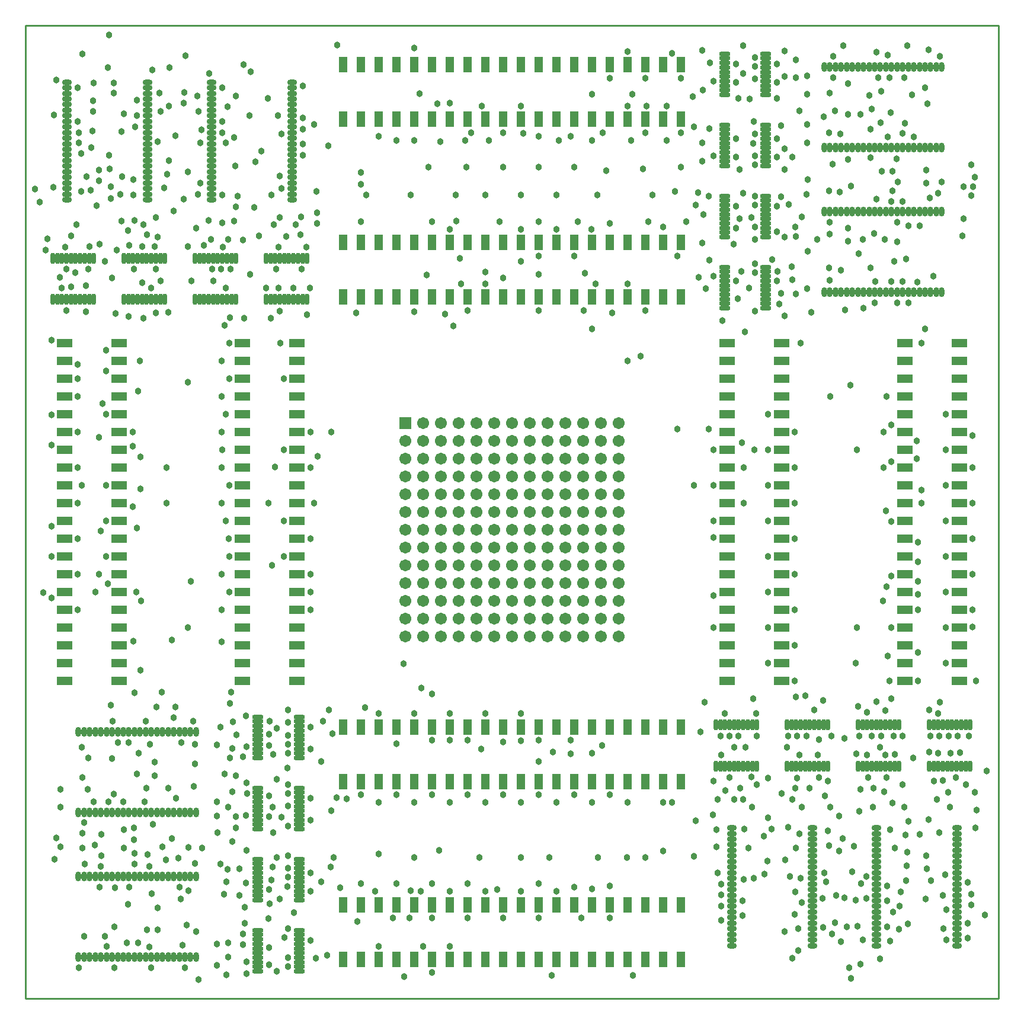
<source format=gts>
G04 Layer_Color=8388736*
%FSLAX25Y25*%
%MOIN*%
G70*
G01*
G75*
%ADD17C,0.01000*%
%ADD25O,0.06312X0.02670*%
%ADD26O,0.02670X0.06312*%
%ADD27R,0.04737X0.08674*%
%ADD28R,0.08674X0.04737*%
%ADD29O,0.03261X0.05524*%
%ADD30O,0.05524X0.03261*%
%ADD31R,0.06706X0.06706*%
%ADD32C,0.06706*%
%ADD33C,0.03800*%
D17*
X0Y0D02*
X547500D01*
Y547500D01*
X0D02*
X547500D01*
X0Y0D02*
Y547500D01*
D25*
X154114Y15484D02*
D03*
Y18043D02*
D03*
Y20602D02*
D03*
Y23161D02*
D03*
Y25720D02*
D03*
Y28280D02*
D03*
Y30839D02*
D03*
Y33398D02*
D03*
Y35957D02*
D03*
Y38516D02*
D03*
X130886Y15484D02*
D03*
Y18043D02*
D03*
Y20602D02*
D03*
Y23161D02*
D03*
Y25720D02*
D03*
Y28280D02*
D03*
Y30839D02*
D03*
Y33398D02*
D03*
Y35957D02*
D03*
Y38516D02*
D03*
X154114Y55484D02*
D03*
Y58043D02*
D03*
Y60602D02*
D03*
Y63161D02*
D03*
Y65720D02*
D03*
Y68280D02*
D03*
Y70839D02*
D03*
Y73398D02*
D03*
Y75957D02*
D03*
Y78516D02*
D03*
X130886Y55484D02*
D03*
Y58043D02*
D03*
Y60602D02*
D03*
Y63161D02*
D03*
Y65720D02*
D03*
Y68280D02*
D03*
Y70839D02*
D03*
Y73398D02*
D03*
Y75957D02*
D03*
Y78516D02*
D03*
X154114Y95484D02*
D03*
Y98043D02*
D03*
Y100602D02*
D03*
Y103161D02*
D03*
Y105720D02*
D03*
Y108280D02*
D03*
Y110839D02*
D03*
Y113398D02*
D03*
Y115957D02*
D03*
Y118516D02*
D03*
X130886Y95484D02*
D03*
Y98043D02*
D03*
Y100602D02*
D03*
Y103161D02*
D03*
Y105720D02*
D03*
Y108280D02*
D03*
Y110839D02*
D03*
Y113398D02*
D03*
Y115957D02*
D03*
Y118516D02*
D03*
X154114Y135484D02*
D03*
Y138043D02*
D03*
Y140602D02*
D03*
Y143161D02*
D03*
Y145720D02*
D03*
Y148280D02*
D03*
Y150839D02*
D03*
Y153398D02*
D03*
Y155957D02*
D03*
Y158516D02*
D03*
X130886Y135484D02*
D03*
Y138043D02*
D03*
Y140602D02*
D03*
Y143161D02*
D03*
Y145720D02*
D03*
Y148280D02*
D03*
Y150839D02*
D03*
Y153398D02*
D03*
Y155957D02*
D03*
Y158516D02*
D03*
X393386Y491516D02*
D03*
Y488957D02*
D03*
Y486398D02*
D03*
Y483839D02*
D03*
Y481280D02*
D03*
Y478720D02*
D03*
Y476161D02*
D03*
Y473602D02*
D03*
Y471043D02*
D03*
Y468484D02*
D03*
X416614Y491516D02*
D03*
Y488957D02*
D03*
Y486398D02*
D03*
Y483839D02*
D03*
Y481280D02*
D03*
Y478720D02*
D03*
Y476161D02*
D03*
Y473602D02*
D03*
Y471043D02*
D03*
Y468484D02*
D03*
X393386Y451516D02*
D03*
Y448957D02*
D03*
Y446398D02*
D03*
Y443839D02*
D03*
Y441280D02*
D03*
Y438720D02*
D03*
Y436161D02*
D03*
Y433602D02*
D03*
Y431043D02*
D03*
Y428484D02*
D03*
X416614Y451516D02*
D03*
Y448957D02*
D03*
Y446398D02*
D03*
Y443839D02*
D03*
Y441280D02*
D03*
Y438720D02*
D03*
Y436161D02*
D03*
Y433602D02*
D03*
Y431043D02*
D03*
Y428484D02*
D03*
X393386Y531516D02*
D03*
Y528957D02*
D03*
Y526398D02*
D03*
Y523839D02*
D03*
Y521280D02*
D03*
Y518720D02*
D03*
Y516161D02*
D03*
Y513602D02*
D03*
Y511043D02*
D03*
Y508484D02*
D03*
X416614Y531516D02*
D03*
Y528957D02*
D03*
Y526398D02*
D03*
Y523839D02*
D03*
Y521280D02*
D03*
Y518720D02*
D03*
Y516161D02*
D03*
Y513602D02*
D03*
Y511043D02*
D03*
Y508484D02*
D03*
X393386Y411516D02*
D03*
Y408957D02*
D03*
Y406398D02*
D03*
Y403839D02*
D03*
Y401280D02*
D03*
Y398720D02*
D03*
Y396161D02*
D03*
Y393602D02*
D03*
Y391043D02*
D03*
Y388484D02*
D03*
X416614Y411516D02*
D03*
Y408957D02*
D03*
Y406398D02*
D03*
Y403839D02*
D03*
Y401280D02*
D03*
Y398720D02*
D03*
Y396161D02*
D03*
Y393602D02*
D03*
Y391043D02*
D03*
Y388484D02*
D03*
D26*
X531516Y154114D02*
D03*
X528957D02*
D03*
X526398D02*
D03*
X523839D02*
D03*
X521280D02*
D03*
X518720D02*
D03*
X516161D02*
D03*
X513602D02*
D03*
X511043D02*
D03*
X508484D02*
D03*
X531516Y130886D02*
D03*
X528957D02*
D03*
X526398D02*
D03*
X523839D02*
D03*
X521280D02*
D03*
X518720D02*
D03*
X516161D02*
D03*
X513602D02*
D03*
X511043D02*
D03*
X508484D02*
D03*
X491516Y154114D02*
D03*
X488957D02*
D03*
X486398D02*
D03*
X483839D02*
D03*
X481280D02*
D03*
X478720D02*
D03*
X476161D02*
D03*
X473602D02*
D03*
X471043D02*
D03*
X468484D02*
D03*
X491516Y130886D02*
D03*
X488957D02*
D03*
X486398D02*
D03*
X483839D02*
D03*
X481280D02*
D03*
X478720D02*
D03*
X476161D02*
D03*
X473602D02*
D03*
X471043D02*
D03*
X468484D02*
D03*
X451516Y154114D02*
D03*
X448957D02*
D03*
X446398D02*
D03*
X443839D02*
D03*
X441280D02*
D03*
X438720D02*
D03*
X436161D02*
D03*
X433602D02*
D03*
X431043D02*
D03*
X428484D02*
D03*
X451516Y130886D02*
D03*
X448957D02*
D03*
X446398D02*
D03*
X443839D02*
D03*
X441280D02*
D03*
X438720D02*
D03*
X436161D02*
D03*
X433602D02*
D03*
X431043D02*
D03*
X428484D02*
D03*
X411516Y154114D02*
D03*
X408957D02*
D03*
X406398D02*
D03*
X403839D02*
D03*
X401280D02*
D03*
X398720D02*
D03*
X396161D02*
D03*
X393602D02*
D03*
X391043D02*
D03*
X388484D02*
D03*
X411516Y130886D02*
D03*
X408957D02*
D03*
X406398D02*
D03*
X403839D02*
D03*
X401280D02*
D03*
X398720D02*
D03*
X396161D02*
D03*
X393602D02*
D03*
X391043D02*
D03*
X388484D02*
D03*
X135484Y393386D02*
D03*
X138043D02*
D03*
X140602D02*
D03*
X143161D02*
D03*
X145720D02*
D03*
X148280D02*
D03*
X150839D02*
D03*
X153398D02*
D03*
X155957D02*
D03*
X158516D02*
D03*
X135484Y416614D02*
D03*
X138043D02*
D03*
X140602D02*
D03*
X143161D02*
D03*
X145720D02*
D03*
X148280D02*
D03*
X150839D02*
D03*
X153398D02*
D03*
X155957D02*
D03*
X158516D02*
D03*
X95484Y393386D02*
D03*
X98043D02*
D03*
X100602D02*
D03*
X103161D02*
D03*
X105720D02*
D03*
X108280D02*
D03*
X110839D02*
D03*
X113398D02*
D03*
X115957D02*
D03*
X118516D02*
D03*
X95484Y416614D02*
D03*
X98043D02*
D03*
X100602D02*
D03*
X103161D02*
D03*
X105720D02*
D03*
X108280D02*
D03*
X110839D02*
D03*
X113398D02*
D03*
X115957D02*
D03*
X118516D02*
D03*
X55484Y393386D02*
D03*
X58043D02*
D03*
X60602D02*
D03*
X63161D02*
D03*
X65720D02*
D03*
X68280D02*
D03*
X70839D02*
D03*
X73398D02*
D03*
X75957D02*
D03*
X78516D02*
D03*
X55484Y416614D02*
D03*
X58043D02*
D03*
X60602D02*
D03*
X63161D02*
D03*
X65720D02*
D03*
X68280D02*
D03*
X70839D02*
D03*
X73398D02*
D03*
X75957D02*
D03*
X78516D02*
D03*
X15484Y393386D02*
D03*
X18043D02*
D03*
X20602D02*
D03*
X23161D02*
D03*
X25720D02*
D03*
X28280D02*
D03*
X30839D02*
D03*
X33398D02*
D03*
X35957D02*
D03*
X38516D02*
D03*
X15484Y416614D02*
D03*
X18043D02*
D03*
X20602D02*
D03*
X23161D02*
D03*
X25720D02*
D03*
X28280D02*
D03*
X30839D02*
D03*
X33398D02*
D03*
X35957D02*
D03*
X38516D02*
D03*
D27*
X218750Y152854D02*
D03*
X198750D02*
D03*
X188750D02*
D03*
X178750D02*
D03*
X208750D02*
D03*
X258750D02*
D03*
X228750D02*
D03*
X238750D02*
D03*
X248750D02*
D03*
X268750D02*
D03*
X308750D02*
D03*
X278750D02*
D03*
X288750D02*
D03*
X298750D02*
D03*
X318750D02*
D03*
X358750D02*
D03*
X328750D02*
D03*
X338750D02*
D03*
X348750D02*
D03*
X368750D02*
D03*
Y122146D02*
D03*
X348750D02*
D03*
X338750D02*
D03*
X328750D02*
D03*
X358750D02*
D03*
X318750D02*
D03*
X298750D02*
D03*
X288750D02*
D03*
X278750D02*
D03*
X308750D02*
D03*
X268750D02*
D03*
X248750D02*
D03*
X238750D02*
D03*
X228750D02*
D03*
X258750D02*
D03*
X208750D02*
D03*
X178750D02*
D03*
X188750D02*
D03*
X198750D02*
D03*
X218750D02*
D03*
Y52854D02*
D03*
X198750D02*
D03*
X188750D02*
D03*
X178750D02*
D03*
X208750D02*
D03*
X258750D02*
D03*
X228750D02*
D03*
X238750D02*
D03*
X248750D02*
D03*
X268750D02*
D03*
X308750D02*
D03*
X278750D02*
D03*
X288750D02*
D03*
X298750D02*
D03*
X318750D02*
D03*
X358750D02*
D03*
X328750D02*
D03*
X338750D02*
D03*
X348750D02*
D03*
X368750D02*
D03*
Y22146D02*
D03*
X348750D02*
D03*
X338750D02*
D03*
X328750D02*
D03*
X358750D02*
D03*
X318750D02*
D03*
X298750D02*
D03*
X288750D02*
D03*
X278750D02*
D03*
X308750D02*
D03*
X268750D02*
D03*
X248750D02*
D03*
X238750D02*
D03*
X228750D02*
D03*
X258750D02*
D03*
X208750D02*
D03*
X178750D02*
D03*
X188750D02*
D03*
X198750D02*
D03*
X218750D02*
D03*
X328750Y394646D02*
D03*
X348750D02*
D03*
X358750D02*
D03*
X368750D02*
D03*
X338750D02*
D03*
X288750D02*
D03*
X318750D02*
D03*
X308750D02*
D03*
X298750D02*
D03*
X278750D02*
D03*
X238750D02*
D03*
X268750D02*
D03*
X258750D02*
D03*
X248750D02*
D03*
X228750D02*
D03*
X188750D02*
D03*
X218750D02*
D03*
X208750D02*
D03*
X198750D02*
D03*
X178750D02*
D03*
Y425354D02*
D03*
X198750D02*
D03*
X208750D02*
D03*
X218750D02*
D03*
X188750D02*
D03*
X228750D02*
D03*
X248750D02*
D03*
X258750D02*
D03*
X268750D02*
D03*
X238750D02*
D03*
X278750D02*
D03*
X298750D02*
D03*
X308750D02*
D03*
X318750D02*
D03*
X288750D02*
D03*
X338750D02*
D03*
X368750D02*
D03*
X358750D02*
D03*
X348750D02*
D03*
X328750D02*
D03*
Y494646D02*
D03*
X348750D02*
D03*
X358750D02*
D03*
X368750D02*
D03*
X338750D02*
D03*
X288750D02*
D03*
X318750D02*
D03*
X308750D02*
D03*
X298750D02*
D03*
X278750D02*
D03*
X238750D02*
D03*
X268750D02*
D03*
X258750D02*
D03*
X248750D02*
D03*
X228750D02*
D03*
X188750D02*
D03*
X218750D02*
D03*
X208750D02*
D03*
X198750D02*
D03*
X178750D02*
D03*
Y525354D02*
D03*
X198750D02*
D03*
X208750D02*
D03*
X218750D02*
D03*
X188750D02*
D03*
X228750D02*
D03*
X248750D02*
D03*
X258750D02*
D03*
X268750D02*
D03*
X238750D02*
D03*
X278750D02*
D03*
X298750D02*
D03*
X308750D02*
D03*
X318750D02*
D03*
X288750D02*
D03*
X338750D02*
D03*
X368750D02*
D03*
X358750D02*
D03*
X348750D02*
D03*
X328750D02*
D03*
D28*
X152854Y328750D02*
D03*
Y348750D02*
D03*
Y358750D02*
D03*
Y368750D02*
D03*
Y338750D02*
D03*
Y288750D02*
D03*
Y318750D02*
D03*
Y308750D02*
D03*
Y298750D02*
D03*
Y278750D02*
D03*
Y238750D02*
D03*
Y268750D02*
D03*
Y258750D02*
D03*
Y248750D02*
D03*
Y228750D02*
D03*
Y188750D02*
D03*
Y218750D02*
D03*
Y208750D02*
D03*
Y198750D02*
D03*
Y178750D02*
D03*
X122146D02*
D03*
Y198750D02*
D03*
Y208750D02*
D03*
Y218750D02*
D03*
Y188750D02*
D03*
Y228750D02*
D03*
Y248750D02*
D03*
Y258750D02*
D03*
Y268750D02*
D03*
Y238750D02*
D03*
Y278750D02*
D03*
Y298750D02*
D03*
Y308750D02*
D03*
Y318750D02*
D03*
Y288750D02*
D03*
Y338750D02*
D03*
Y368750D02*
D03*
Y358750D02*
D03*
Y348750D02*
D03*
Y328750D02*
D03*
X52854D02*
D03*
Y348750D02*
D03*
Y358750D02*
D03*
Y368750D02*
D03*
Y338750D02*
D03*
Y288750D02*
D03*
Y318750D02*
D03*
Y308750D02*
D03*
Y298750D02*
D03*
Y278750D02*
D03*
Y238750D02*
D03*
Y268750D02*
D03*
Y258750D02*
D03*
Y248750D02*
D03*
Y228750D02*
D03*
Y188750D02*
D03*
Y218750D02*
D03*
Y208750D02*
D03*
Y198750D02*
D03*
Y178750D02*
D03*
X22146D02*
D03*
Y198750D02*
D03*
Y208750D02*
D03*
Y218750D02*
D03*
Y188750D02*
D03*
Y228750D02*
D03*
Y248750D02*
D03*
Y258750D02*
D03*
Y268750D02*
D03*
Y238750D02*
D03*
Y278750D02*
D03*
Y298750D02*
D03*
Y308750D02*
D03*
Y318750D02*
D03*
Y288750D02*
D03*
Y338750D02*
D03*
Y368750D02*
D03*
Y358750D02*
D03*
Y348750D02*
D03*
Y328750D02*
D03*
X394646Y218750D02*
D03*
Y198750D02*
D03*
Y188750D02*
D03*
Y178750D02*
D03*
Y208750D02*
D03*
Y258750D02*
D03*
Y228750D02*
D03*
Y238750D02*
D03*
Y248750D02*
D03*
Y268750D02*
D03*
Y308750D02*
D03*
Y278750D02*
D03*
Y288750D02*
D03*
Y298750D02*
D03*
Y318750D02*
D03*
Y358750D02*
D03*
Y328750D02*
D03*
Y338750D02*
D03*
Y348750D02*
D03*
Y368750D02*
D03*
X425354D02*
D03*
Y348750D02*
D03*
Y338750D02*
D03*
Y328750D02*
D03*
Y358750D02*
D03*
Y318750D02*
D03*
Y298750D02*
D03*
Y288750D02*
D03*
Y278750D02*
D03*
Y308750D02*
D03*
Y268750D02*
D03*
Y248750D02*
D03*
Y238750D02*
D03*
Y228750D02*
D03*
Y258750D02*
D03*
Y208750D02*
D03*
Y178750D02*
D03*
Y188750D02*
D03*
Y198750D02*
D03*
Y218750D02*
D03*
X494646D02*
D03*
Y198750D02*
D03*
Y188750D02*
D03*
Y178750D02*
D03*
Y208750D02*
D03*
Y258750D02*
D03*
Y228750D02*
D03*
Y238750D02*
D03*
Y248750D02*
D03*
Y268750D02*
D03*
Y308750D02*
D03*
Y278750D02*
D03*
Y288750D02*
D03*
Y298750D02*
D03*
Y318750D02*
D03*
Y358750D02*
D03*
Y328750D02*
D03*
Y338750D02*
D03*
Y348750D02*
D03*
Y368750D02*
D03*
X525354D02*
D03*
Y348750D02*
D03*
Y338750D02*
D03*
Y328750D02*
D03*
Y358750D02*
D03*
Y318750D02*
D03*
Y298750D02*
D03*
Y288750D02*
D03*
Y278750D02*
D03*
Y308750D02*
D03*
Y268750D02*
D03*
Y248750D02*
D03*
Y238750D02*
D03*
Y228750D02*
D03*
Y258750D02*
D03*
Y208750D02*
D03*
Y178750D02*
D03*
Y188750D02*
D03*
Y198750D02*
D03*
Y218750D02*
D03*
D29*
X96071Y150138D02*
D03*
X92921D02*
D03*
X89772D02*
D03*
X86622D02*
D03*
X83472D02*
D03*
X80323D02*
D03*
X77173D02*
D03*
X74024D02*
D03*
X70874D02*
D03*
X67724D02*
D03*
X64575D02*
D03*
X61425D02*
D03*
X58276D02*
D03*
X55126D02*
D03*
X51976D02*
D03*
X48827D02*
D03*
X45677D02*
D03*
X42528D02*
D03*
X39378D02*
D03*
X36228D02*
D03*
X33079D02*
D03*
X29929D02*
D03*
X96071Y104862D02*
D03*
X92921D02*
D03*
X89772D02*
D03*
X86622D02*
D03*
X83472D02*
D03*
X80323D02*
D03*
X77173D02*
D03*
X74024D02*
D03*
X70874D02*
D03*
X67724D02*
D03*
X64575D02*
D03*
X61425D02*
D03*
X58276D02*
D03*
X55126D02*
D03*
X51976D02*
D03*
X48827D02*
D03*
X45677D02*
D03*
X42528D02*
D03*
X39378D02*
D03*
X36228D02*
D03*
X33079D02*
D03*
X29929D02*
D03*
X449429Y397362D02*
D03*
X452579D02*
D03*
X455728D02*
D03*
X458878D02*
D03*
X462028D02*
D03*
X465177D02*
D03*
X468327D02*
D03*
X471476D02*
D03*
X474626D02*
D03*
X477776D02*
D03*
X480925D02*
D03*
X484075D02*
D03*
X487224D02*
D03*
X490374D02*
D03*
X493524D02*
D03*
X496673D02*
D03*
X499823D02*
D03*
X502972D02*
D03*
X506122D02*
D03*
X509272D02*
D03*
X512421D02*
D03*
X515571D02*
D03*
X449429Y442638D02*
D03*
X452579D02*
D03*
X455728D02*
D03*
X458878D02*
D03*
X462028D02*
D03*
X465177D02*
D03*
X468327D02*
D03*
X471476D02*
D03*
X474626D02*
D03*
X477776D02*
D03*
X480925D02*
D03*
X484075D02*
D03*
X487224D02*
D03*
X490374D02*
D03*
X493524D02*
D03*
X496673D02*
D03*
X499823D02*
D03*
X502972D02*
D03*
X506122D02*
D03*
X509272D02*
D03*
X512421D02*
D03*
X515571D02*
D03*
Y524138D02*
D03*
X512421D02*
D03*
X509272D02*
D03*
X506122D02*
D03*
X502972D02*
D03*
X499823D02*
D03*
X496673D02*
D03*
X493524D02*
D03*
X490374D02*
D03*
X487224D02*
D03*
X484075D02*
D03*
X480925D02*
D03*
X477776D02*
D03*
X474626D02*
D03*
X471476D02*
D03*
X468327D02*
D03*
X465177D02*
D03*
X462028D02*
D03*
X458878D02*
D03*
X455728D02*
D03*
X452579D02*
D03*
X449429D02*
D03*
X515571Y478862D02*
D03*
X512421D02*
D03*
X509272D02*
D03*
X506122D02*
D03*
X502972D02*
D03*
X499823D02*
D03*
X496673D02*
D03*
X493524D02*
D03*
X490374D02*
D03*
X487224D02*
D03*
X484075D02*
D03*
X480925D02*
D03*
X477776D02*
D03*
X474626D02*
D03*
X471476D02*
D03*
X468327D02*
D03*
X465177D02*
D03*
X462028D02*
D03*
X458878D02*
D03*
X455728D02*
D03*
X452579D02*
D03*
X449429D02*
D03*
X29929Y23362D02*
D03*
X33079D02*
D03*
X36228D02*
D03*
X39378D02*
D03*
X42528D02*
D03*
X45677D02*
D03*
X48827D02*
D03*
X51976D02*
D03*
X55126D02*
D03*
X58276D02*
D03*
X61425D02*
D03*
X64575D02*
D03*
X67724D02*
D03*
X70874D02*
D03*
X74024D02*
D03*
X77173D02*
D03*
X80323D02*
D03*
X83472D02*
D03*
X86622D02*
D03*
X89772D02*
D03*
X92921D02*
D03*
X96071D02*
D03*
X29929Y68638D02*
D03*
X33079D02*
D03*
X36228D02*
D03*
X39378D02*
D03*
X42528D02*
D03*
X45677D02*
D03*
X48827D02*
D03*
X51976D02*
D03*
X55126D02*
D03*
X58276D02*
D03*
X61425D02*
D03*
X64575D02*
D03*
X67724D02*
D03*
X70874D02*
D03*
X74024D02*
D03*
X77173D02*
D03*
X80323D02*
D03*
X83472D02*
D03*
X86622D02*
D03*
X89772D02*
D03*
X92921D02*
D03*
X96071D02*
D03*
D30*
X524138Y29929D02*
D03*
Y33079D02*
D03*
Y36228D02*
D03*
Y39378D02*
D03*
Y42528D02*
D03*
Y45677D02*
D03*
Y48827D02*
D03*
Y51976D02*
D03*
Y55126D02*
D03*
Y58276D02*
D03*
Y61425D02*
D03*
Y64575D02*
D03*
Y67724D02*
D03*
Y70874D02*
D03*
Y74024D02*
D03*
Y77173D02*
D03*
Y80323D02*
D03*
Y83472D02*
D03*
Y86622D02*
D03*
Y89772D02*
D03*
Y92921D02*
D03*
Y96071D02*
D03*
X478862Y29929D02*
D03*
Y33079D02*
D03*
Y36228D02*
D03*
Y39378D02*
D03*
Y42528D02*
D03*
Y45677D02*
D03*
Y48827D02*
D03*
Y51976D02*
D03*
Y55126D02*
D03*
Y58276D02*
D03*
Y61425D02*
D03*
Y64575D02*
D03*
Y67724D02*
D03*
Y70874D02*
D03*
Y74024D02*
D03*
Y77173D02*
D03*
Y80323D02*
D03*
Y83472D02*
D03*
Y86622D02*
D03*
Y89772D02*
D03*
Y92921D02*
D03*
Y96071D02*
D03*
X68638Y449429D02*
D03*
Y452579D02*
D03*
Y455728D02*
D03*
Y458878D02*
D03*
Y462028D02*
D03*
Y465177D02*
D03*
Y468327D02*
D03*
Y471476D02*
D03*
Y474626D02*
D03*
Y477776D02*
D03*
Y480925D02*
D03*
Y484075D02*
D03*
Y487224D02*
D03*
Y490374D02*
D03*
Y493524D02*
D03*
Y496673D02*
D03*
Y499823D02*
D03*
Y502972D02*
D03*
Y506122D02*
D03*
Y509272D02*
D03*
Y512421D02*
D03*
Y515571D02*
D03*
X23362Y449429D02*
D03*
Y452579D02*
D03*
Y455728D02*
D03*
Y458878D02*
D03*
Y462028D02*
D03*
Y465177D02*
D03*
Y468327D02*
D03*
Y471476D02*
D03*
Y474626D02*
D03*
Y477776D02*
D03*
Y480925D02*
D03*
Y484075D02*
D03*
Y487224D02*
D03*
Y490374D02*
D03*
Y493524D02*
D03*
Y496673D02*
D03*
Y499823D02*
D03*
Y502972D02*
D03*
Y506122D02*
D03*
Y509272D02*
D03*
Y512421D02*
D03*
Y515571D02*
D03*
X104862D02*
D03*
Y512421D02*
D03*
Y509272D02*
D03*
Y506122D02*
D03*
Y502972D02*
D03*
Y499823D02*
D03*
Y496673D02*
D03*
Y493524D02*
D03*
Y490374D02*
D03*
Y487224D02*
D03*
Y484075D02*
D03*
Y480925D02*
D03*
Y477776D02*
D03*
Y474626D02*
D03*
Y471476D02*
D03*
Y468327D02*
D03*
Y465177D02*
D03*
Y462028D02*
D03*
Y458878D02*
D03*
Y455728D02*
D03*
Y452579D02*
D03*
Y449429D02*
D03*
X150138Y515571D02*
D03*
Y512421D02*
D03*
Y509272D02*
D03*
Y506122D02*
D03*
Y502972D02*
D03*
Y499823D02*
D03*
Y496673D02*
D03*
Y493524D02*
D03*
Y490374D02*
D03*
Y487224D02*
D03*
Y484075D02*
D03*
Y480925D02*
D03*
Y477776D02*
D03*
Y474626D02*
D03*
Y471476D02*
D03*
Y468327D02*
D03*
Y465177D02*
D03*
Y462028D02*
D03*
Y458878D02*
D03*
Y455728D02*
D03*
Y452579D02*
D03*
Y449429D02*
D03*
X397362Y96071D02*
D03*
Y92921D02*
D03*
Y89772D02*
D03*
Y86622D02*
D03*
Y83472D02*
D03*
Y80323D02*
D03*
Y77173D02*
D03*
Y74024D02*
D03*
Y70874D02*
D03*
Y67724D02*
D03*
Y64575D02*
D03*
Y61425D02*
D03*
Y58276D02*
D03*
Y55126D02*
D03*
Y51976D02*
D03*
Y48827D02*
D03*
Y45677D02*
D03*
Y42528D02*
D03*
Y39378D02*
D03*
Y36228D02*
D03*
Y33079D02*
D03*
Y29929D02*
D03*
X442638Y96071D02*
D03*
Y92921D02*
D03*
Y89772D02*
D03*
Y86622D02*
D03*
Y83472D02*
D03*
Y80323D02*
D03*
Y77173D02*
D03*
Y74024D02*
D03*
Y70874D02*
D03*
Y67724D02*
D03*
Y64575D02*
D03*
Y61425D02*
D03*
Y58276D02*
D03*
Y55126D02*
D03*
Y51976D02*
D03*
Y48827D02*
D03*
Y45677D02*
D03*
Y42528D02*
D03*
Y39378D02*
D03*
Y36228D02*
D03*
Y33079D02*
D03*
Y29929D02*
D03*
D31*
X213750Y323750D02*
D03*
D32*
Y313750D02*
D03*
Y303750D02*
D03*
Y293750D02*
D03*
Y283750D02*
D03*
Y273750D02*
D03*
Y263750D02*
D03*
Y253750D02*
D03*
Y243750D02*
D03*
Y233750D02*
D03*
Y223750D02*
D03*
Y213750D02*
D03*
Y203750D02*
D03*
X223750Y323750D02*
D03*
Y313750D02*
D03*
Y303750D02*
D03*
Y293750D02*
D03*
Y283750D02*
D03*
Y273750D02*
D03*
Y263750D02*
D03*
Y253750D02*
D03*
Y243750D02*
D03*
Y233750D02*
D03*
Y223750D02*
D03*
Y213750D02*
D03*
Y203750D02*
D03*
X233750Y323750D02*
D03*
Y313750D02*
D03*
Y303750D02*
D03*
Y293750D02*
D03*
Y283750D02*
D03*
Y273750D02*
D03*
Y263750D02*
D03*
Y253750D02*
D03*
Y243750D02*
D03*
Y233750D02*
D03*
Y223750D02*
D03*
Y213750D02*
D03*
Y203750D02*
D03*
X243750Y323750D02*
D03*
Y313750D02*
D03*
Y303750D02*
D03*
Y293750D02*
D03*
Y283750D02*
D03*
Y273750D02*
D03*
Y263750D02*
D03*
Y253750D02*
D03*
Y243750D02*
D03*
Y233750D02*
D03*
Y223750D02*
D03*
Y213750D02*
D03*
Y203750D02*
D03*
X253750Y323750D02*
D03*
Y313750D02*
D03*
Y303750D02*
D03*
Y293750D02*
D03*
Y283750D02*
D03*
Y273750D02*
D03*
Y263750D02*
D03*
Y253750D02*
D03*
Y243750D02*
D03*
Y233750D02*
D03*
Y223750D02*
D03*
Y213750D02*
D03*
Y203750D02*
D03*
X263750Y323750D02*
D03*
Y313750D02*
D03*
Y303750D02*
D03*
Y293750D02*
D03*
Y283750D02*
D03*
Y273750D02*
D03*
Y263750D02*
D03*
Y253750D02*
D03*
Y243750D02*
D03*
Y233750D02*
D03*
Y223750D02*
D03*
Y213750D02*
D03*
Y203750D02*
D03*
X273750Y323750D02*
D03*
Y313750D02*
D03*
Y303750D02*
D03*
Y293750D02*
D03*
Y283750D02*
D03*
Y273750D02*
D03*
Y263750D02*
D03*
Y253750D02*
D03*
Y243750D02*
D03*
Y233750D02*
D03*
Y223750D02*
D03*
Y213750D02*
D03*
Y203750D02*
D03*
X283750Y323750D02*
D03*
Y313750D02*
D03*
Y303750D02*
D03*
Y293750D02*
D03*
Y283750D02*
D03*
Y273750D02*
D03*
Y263750D02*
D03*
Y253750D02*
D03*
Y243750D02*
D03*
Y233750D02*
D03*
Y223750D02*
D03*
Y213750D02*
D03*
Y203750D02*
D03*
X293750Y323750D02*
D03*
Y313750D02*
D03*
Y303750D02*
D03*
Y293750D02*
D03*
Y283750D02*
D03*
Y273750D02*
D03*
Y263750D02*
D03*
Y253750D02*
D03*
Y243750D02*
D03*
Y233750D02*
D03*
Y223750D02*
D03*
Y213750D02*
D03*
Y203750D02*
D03*
X303750Y323750D02*
D03*
Y313750D02*
D03*
Y303750D02*
D03*
Y293750D02*
D03*
Y283750D02*
D03*
Y273750D02*
D03*
Y263750D02*
D03*
Y253750D02*
D03*
Y243750D02*
D03*
Y233750D02*
D03*
Y223750D02*
D03*
Y213750D02*
D03*
Y203750D02*
D03*
X313750Y323750D02*
D03*
Y313750D02*
D03*
Y303750D02*
D03*
Y293750D02*
D03*
Y283750D02*
D03*
Y273750D02*
D03*
Y263750D02*
D03*
Y253750D02*
D03*
Y243750D02*
D03*
Y233750D02*
D03*
Y223750D02*
D03*
Y213750D02*
D03*
Y203750D02*
D03*
X323750Y323750D02*
D03*
Y313750D02*
D03*
Y303750D02*
D03*
Y293750D02*
D03*
Y283750D02*
D03*
Y273750D02*
D03*
Y263750D02*
D03*
Y253750D02*
D03*
Y243750D02*
D03*
Y233750D02*
D03*
Y223750D02*
D03*
Y213750D02*
D03*
Y203750D02*
D03*
X333750Y323750D02*
D03*
Y313750D02*
D03*
Y303750D02*
D03*
Y293750D02*
D03*
Y283750D02*
D03*
Y273750D02*
D03*
Y263750D02*
D03*
Y253750D02*
D03*
Y243750D02*
D03*
Y233750D02*
D03*
Y223750D02*
D03*
Y213750D02*
D03*
Y203750D02*
D03*
D33*
X377200Y100000D02*
D03*
X407000Y399700D02*
D03*
X378700Y405700D02*
D03*
X422900Y431600D02*
D03*
X404900Y375000D02*
D03*
X510900Y406300D02*
D03*
X501800Y403200D02*
D03*
X490600Y425800D02*
D03*
X496673Y434776D02*
D03*
X490400Y436700D02*
D03*
X503000Y434800D02*
D03*
X527100Y429200D02*
D03*
X404083Y278750D02*
D03*
X63441Y341900D02*
D03*
X93000Y234800D02*
D03*
X138730Y243770D02*
D03*
X91400Y346700D02*
D03*
X164230Y436070D02*
D03*
X191030Y163670D02*
D03*
X296030Y13270D02*
D03*
X341830Y13070D02*
D03*
X31730Y141370D02*
D03*
X513377Y452970D02*
D03*
X415600Y91300D02*
D03*
X29600Y218750D02*
D03*
X322100Y79600D02*
D03*
X467900Y308800D02*
D03*
X517900D02*
D03*
X244400Y416350D02*
D03*
X248000Y467900D02*
D03*
X14700Y248750D02*
D03*
X288750Y64700D02*
D03*
X79600Y278800D02*
D03*
X29600Y278750D02*
D03*
X265400Y61400D02*
D03*
X288800Y417900D02*
D03*
X288700Y467900D02*
D03*
X64700Y286750D02*
D03*
X31800Y288750D02*
D03*
X79600Y298700D02*
D03*
X29600Y298750D02*
D03*
X248700Y64700D02*
D03*
X308800Y417900D02*
D03*
Y467900D02*
D03*
X238750Y29600D02*
D03*
X232850Y83500D02*
D03*
X326700Y465900D02*
D03*
X532800Y218750D02*
D03*
X340800Y482800D02*
D03*
X29600Y338750D02*
D03*
X467900Y208700D02*
D03*
X517900D02*
D03*
X208750Y64700D02*
D03*
X358750Y434200D02*
D03*
X360800Y482800D02*
D03*
X29600Y356750D02*
D03*
X467200Y188800D02*
D03*
X517900D02*
D03*
X534700Y178700D02*
D03*
X486000Y178750D02*
D03*
X228750Y437200D02*
D03*
X266800D02*
D03*
X112700Y268750D02*
D03*
X278800Y452100D02*
D03*
X288800Y437200D02*
D03*
X298800Y452100D02*
D03*
X310750Y437200D02*
D03*
X110700Y308750D02*
D03*
X321800Y452100D02*
D03*
X112700Y328750D02*
D03*
X348750Y517900D02*
D03*
X350400Y437200D02*
D03*
X147800Y18000D02*
D03*
X328750Y45400D02*
D03*
X169700Y24602D02*
D03*
X318750Y61800D02*
D03*
X298750Y60291D02*
D03*
X163600Y22700D02*
D03*
X278750Y60291D02*
D03*
X147800Y39400D02*
D03*
X268750Y45400D02*
D03*
X258750Y60291D02*
D03*
X151000Y48300D02*
D03*
X228750Y45400D02*
D03*
X147495Y63161D02*
D03*
X216800Y60800D02*
D03*
X166462Y65720D02*
D03*
X216100Y45400D02*
D03*
X176975Y62300D02*
D03*
X147900Y80500D02*
D03*
X324602Y142500D02*
D03*
X147800Y97200D02*
D03*
X318750Y138000D02*
D03*
X160400Y100602D02*
D03*
X172280Y105720D02*
D03*
X296750Y138800D02*
D03*
X288750Y133600D02*
D03*
X147800Y108300D02*
D03*
X288750Y145400D02*
D03*
X278750Y145000D02*
D03*
X160400Y112800D02*
D03*
X268750Y144500D02*
D03*
X258750Y160291D02*
D03*
X248800Y145400D02*
D03*
X218700Y160300D02*
D03*
X172700Y149220D02*
D03*
X212700Y188400D02*
D03*
X198700Y160300D02*
D03*
X160370Y152839D02*
D03*
X147800Y155400D02*
D03*
X501575Y303725D02*
D03*
X519300Y147800D02*
D03*
X504025Y286175D02*
D03*
X487200Y268600D02*
D03*
X513602Y160400D02*
D03*
X484250Y274500D02*
D03*
X487200Y168800D02*
D03*
Y237800D02*
D03*
X502100Y234750D02*
D03*
X488400Y147800D02*
D03*
X483839Y162000D02*
D03*
X484300Y231700D02*
D03*
X502100Y227500D02*
D03*
Y218800D02*
D03*
X481300Y147800D02*
D03*
X487209Y208750D02*
D03*
X502083Y194750D02*
D03*
X476161Y147800D02*
D03*
X485209Y192750D02*
D03*
X473602Y161000D02*
D03*
X502083Y178750D02*
D03*
X468484Y164600D02*
D03*
X448900Y167700D02*
D03*
X384300Y320350D02*
D03*
X446398Y145800D02*
D03*
X410000Y308750D02*
D03*
X403100Y312700D02*
D03*
X439300Y147800D02*
D03*
X404100Y298800D02*
D03*
X376000Y288750D02*
D03*
X387200Y288800D02*
D03*
X438720Y170580D02*
D03*
X434200Y147800D02*
D03*
X387200Y268800D02*
D03*
Y259400D02*
D03*
X433602Y169898D02*
D03*
X410957Y160400D02*
D03*
X409600Y168800D02*
D03*
X387209Y226750D02*
D03*
Y208750D02*
D03*
X396161Y147858D02*
D03*
X382084Y166700D02*
D03*
X39417Y228750D02*
D03*
X20602Y399700D02*
D03*
X41450Y238750D02*
D03*
X23161Y387100D02*
D03*
X25720Y400600D02*
D03*
X42500Y263000D02*
D03*
X60291Y276750D02*
D03*
X45417Y288750D02*
D03*
X50650Y385550D02*
D03*
X60300Y310900D02*
D03*
X41400Y315800D02*
D03*
X60291Y318750D02*
D03*
X58200Y383700D02*
D03*
X65720Y402900D02*
D03*
X66300Y382900D02*
D03*
X43400Y334900D02*
D03*
X160300Y218800D02*
D03*
Y238800D02*
D03*
X145417Y248750D02*
D03*
X105791Y403900D02*
D03*
X115130Y383100D02*
D03*
X136700Y278750D02*
D03*
X162300D02*
D03*
X123100Y382900D02*
D03*
X140500Y299150D02*
D03*
X164550Y305000D02*
D03*
X138043Y382900D02*
D03*
X160291Y298750D02*
D03*
X171959Y318750D02*
D03*
X143161Y386700D02*
D03*
X160300Y318800D02*
D03*
X158516Y384898D02*
D03*
X403900Y453000D02*
D03*
X225750Y407000D02*
D03*
X236100Y385200D02*
D03*
X377000Y446400D02*
D03*
X240900Y378400D02*
D03*
X245100Y402100D02*
D03*
X399700Y445800D02*
D03*
X258750Y402100D02*
D03*
X278750Y414900D02*
D03*
X399700Y433600D02*
D03*
X288800Y387200D02*
D03*
X330200Y385750D02*
D03*
X382900Y399300D02*
D03*
X338750Y402200D02*
D03*
X346000Y361500D02*
D03*
X348750Y387200D02*
D03*
X400700Y393900D02*
D03*
X392000Y381300D02*
D03*
X233500Y482100D02*
D03*
X385098Y526398D02*
D03*
X238750Y503900D02*
D03*
X399700Y525800D02*
D03*
X231875Y503475D02*
D03*
X403900Y520300D02*
D03*
X256800Y502100D02*
D03*
X387100Y516161D02*
D03*
X278800Y502100D02*
D03*
X399700Y515600D02*
D03*
X306750Y485209D02*
D03*
X376200Y490300D02*
D03*
X324750Y487209D02*
D03*
X380900Y481300D02*
D03*
X338750Y502083D02*
D03*
X348800Y487200D02*
D03*
X387100Y474200D02*
D03*
X349617Y502083D02*
D03*
X360750Y502083D02*
D03*
X399698Y473602D02*
D03*
X35300Y135600D02*
D03*
X41677Y62776D02*
D03*
X464200Y345000D02*
D03*
X491400Y39000D02*
D03*
X391523Y44250D02*
D03*
X82500Y201700D02*
D03*
X499823Y484724D02*
D03*
X188750Y464800D02*
D03*
X484450Y338750D02*
D03*
X496284Y82323D02*
D03*
X415700Y70100D02*
D03*
X506600Y56000D02*
D03*
X47100Y542200D02*
D03*
X10100Y228400D02*
D03*
X208750Y482950D02*
D03*
X75352Y509600D02*
D03*
X91400Y208750D02*
D03*
X380900Y425000D02*
D03*
X160000Y399900D02*
D03*
X391000Y147800D02*
D03*
X110291Y200750D02*
D03*
X170900Y162500D02*
D03*
X379700Y150000D02*
D03*
X167500Y156000D02*
D03*
X175200Y113100D02*
D03*
X90622Y41553D02*
D03*
X94932Y119402D02*
D03*
X118469Y445500D02*
D03*
X198700Y485200D02*
D03*
X36822Y454878D02*
D03*
X175400Y536600D02*
D03*
X91900Y85100D02*
D03*
X86100Y79100D02*
D03*
X452150Y86007D02*
D03*
X465200Y71400D02*
D03*
X449400Y70800D02*
D03*
X451400Y94600D02*
D03*
X8100Y448100D02*
D03*
X173600Y79600D02*
D03*
X74400Y38800D02*
D03*
X97413Y10900D02*
D03*
X68600Y38800D02*
D03*
X70874Y17500D02*
D03*
X124600Y20700D02*
D03*
X50276Y40300D02*
D03*
X122400Y30300D02*
D03*
X49976Y17500D02*
D03*
X114116Y31398D02*
D03*
X122400Y36516D02*
D03*
X88387Y30100D02*
D03*
X44800Y35200D02*
D03*
X120400Y58000D02*
D03*
X50400Y62400D02*
D03*
X111870Y58661D02*
D03*
X137100Y61300D02*
D03*
X58300Y62700D02*
D03*
X138300Y66820D02*
D03*
X113200Y65780D02*
D03*
X69700Y74500D02*
D03*
X124300Y83400D02*
D03*
X79173Y78100D02*
D03*
X118459Y96043D02*
D03*
X72800Y125400D02*
D03*
X62724Y126300D02*
D03*
X99413Y84700D02*
D03*
X61100Y96100D02*
D03*
X124161Y103161D02*
D03*
X138959Y107700D02*
D03*
X32200Y124300D02*
D03*
X118400Y102600D02*
D03*
X107870Y110898D02*
D03*
X55100Y110800D02*
D03*
X124600Y121400D02*
D03*
X49700Y115100D02*
D03*
X46827Y110800D02*
D03*
X84642Y112898D02*
D03*
X122400Y136043D02*
D03*
X95358Y132102D02*
D03*
X48827Y135100D02*
D03*
X116380Y140780D02*
D03*
X58276Y144276D02*
D03*
X124200Y159000D02*
D03*
X506700Y80400D02*
D03*
X534200Y116100D02*
D03*
X529000Y120600D02*
D03*
X523300Y124400D02*
D03*
X514000Y93400D02*
D03*
X516200Y58276D02*
D03*
X532000Y58700D02*
D03*
X516161Y122639D02*
D03*
X508500Y138716D02*
D03*
X517402Y69898D02*
D03*
X487977Y48827D02*
D03*
X488957Y137503D02*
D03*
X494609Y107900D02*
D03*
X491926Y51979D02*
D03*
X486439Y95126D02*
D03*
X484398Y124600D02*
D03*
X484800Y55100D02*
D03*
X483839Y137200D02*
D03*
X487880Y110102D02*
D03*
X473000Y56300D02*
D03*
X483200Y116400D02*
D03*
X480700Y141400D02*
D03*
X496300Y42000D02*
D03*
X476761Y107870D02*
D03*
X469000Y105413D02*
D03*
X473000Y68900D02*
D03*
X474200Y124600D02*
D03*
X469643Y117638D02*
D03*
X473600Y137200D02*
D03*
X467500Y137900D02*
D03*
X466000Y85900D02*
D03*
X430170Y68874D02*
D03*
X449780Y114102D02*
D03*
X435350Y92750D02*
D03*
X441280Y118398D02*
D03*
X450500Y65800D02*
D03*
X436724Y54000D02*
D03*
X431543Y112100D02*
D03*
X432831Y47600D02*
D03*
X428500Y141400D02*
D03*
X436100Y67900D02*
D03*
X403300Y46800D02*
D03*
X405000Y141400D02*
D03*
X408898Y107870D02*
D03*
X408398Y124630D02*
D03*
X404300Y95300D02*
D03*
X403300Y55100D02*
D03*
X409876Y67724D02*
D03*
X389500Y70900D02*
D03*
X386900Y103413D02*
D03*
X396161Y124600D02*
D03*
X391600Y137200D02*
D03*
X389543Y112102D02*
D03*
X388900Y85600D02*
D03*
X393800Y116952D02*
D03*
X186100Y385700D02*
D03*
X37000Y478700D02*
D03*
X25700Y429098D02*
D03*
X28739Y435398D02*
D03*
X30200Y487224D02*
D03*
X28280Y408300D02*
D03*
X31298Y454142D02*
D03*
X16000Y497200D02*
D03*
X54200Y487800D02*
D03*
X65700Y423100D02*
D03*
X57900Y432100D02*
D03*
X74500Y482100D02*
D03*
X41600Y466000D02*
D03*
X47300Y466700D02*
D03*
X78200Y456087D02*
D03*
X72700Y423161D02*
D03*
X73400Y410300D02*
D03*
X73557Y439600D02*
D03*
X118000Y468327D02*
D03*
X96002Y433398D02*
D03*
X100600Y423898D02*
D03*
X110800Y487200D02*
D03*
Y493524D02*
D03*
X112798Y481370D02*
D03*
X122500Y426900D02*
D03*
X139902Y435398D02*
D03*
X142200Y496673D02*
D03*
X156000Y495500D02*
D03*
X138461Y452142D02*
D03*
X144200Y486400D02*
D03*
X142990Y439600D02*
D03*
X141200Y410300D02*
D03*
X136500Y506536D02*
D03*
X152100Y435400D02*
D03*
X156000Y474600D02*
D03*
X163900Y454087D02*
D03*
X155257Y439630D02*
D03*
X132700Y476900D02*
D03*
X425100Y451000D02*
D03*
X464400Y457000D02*
D03*
X429400Y446900D02*
D03*
X422900Y445800D02*
D03*
X410300Y434200D02*
D03*
X423100Y408957D02*
D03*
X493524Y403300D02*
D03*
X431400Y404600D02*
D03*
X410358Y408398D02*
D03*
X487224Y403424D02*
D03*
X425100Y396800D02*
D03*
X477776Y391500D02*
D03*
X424202Y390700D02*
D03*
X442100Y386200D02*
D03*
X488900Y414800D02*
D03*
X471300Y388600D02*
D03*
X427100Y384100D02*
D03*
Y533000D02*
D03*
X460087Y536100D02*
D03*
X410300Y524400D02*
D03*
X433400Y528039D02*
D03*
X422900Y525800D02*
D03*
X485224Y530900D02*
D03*
X427080Y518720D02*
D03*
X422870Y515602D02*
D03*
X452400Y509600D02*
D03*
X496024Y536051D02*
D03*
X498673Y508573D02*
D03*
X422784Y506500D02*
D03*
X410358Y486398D02*
D03*
X493524Y486800D02*
D03*
X409600Y481280D02*
D03*
X485224Y484800D02*
D03*
X439630Y481420D02*
D03*
X431400Y473350D02*
D03*
X476000Y500300D02*
D03*
X427100Y466500D02*
D03*
X462900Y514700D02*
D03*
X478200Y403300D02*
D03*
X462900Y433300D02*
D03*
X507250Y73250D02*
D03*
X481100Y492700D02*
D03*
X126800Y521600D02*
D03*
X474900Y508100D02*
D03*
X475400Y489100D02*
D03*
Y411200D02*
D03*
X459900Y90000D02*
D03*
X91300Y465008D02*
D03*
X122900Y525500D02*
D03*
X358750Y83000D02*
D03*
X143020Y462841D02*
D03*
X98600Y458913D02*
D03*
X34400Y462400D02*
D03*
X60800Y460913D02*
D03*
X48100Y165200D02*
D03*
X70100Y143200D02*
D03*
X363800Y110300D02*
D03*
X468850Y418982D02*
D03*
X404000Y67261D02*
D03*
X539800Y47200D02*
D03*
X41600Y460100D02*
D03*
X98300Y481400D02*
D03*
X54500Y462600D02*
D03*
X435600Y499600D02*
D03*
X436050Y368750D02*
D03*
X478626Y449874D02*
D03*
X506122Y376750D02*
D03*
X378600Y453500D02*
D03*
X380900Y533516D02*
D03*
X420000Y415800D02*
D03*
X439600Y452500D02*
D03*
X439630Y491657D02*
D03*
X431100Y411757D02*
D03*
X19400Y405832D02*
D03*
X93484Y403874D02*
D03*
X119500Y451500D02*
D03*
X53600Y452400D02*
D03*
X135484Y399900D02*
D03*
X493516Y147858D02*
D03*
X486300Y32500D02*
D03*
X534300Y96057D02*
D03*
X484700Y40500D02*
D03*
X112100Y126300D02*
D03*
X484800Y63300D02*
D03*
X113000Y13543D02*
D03*
X123300Y42393D02*
D03*
X61425Y81793D02*
D03*
X61400Y75800D02*
D03*
X123300Y51600D02*
D03*
X108102Y93543D02*
D03*
X409842Y493516D02*
D03*
X188750Y437200D02*
D03*
X91484Y423102D02*
D03*
X51500Y421000D02*
D03*
X11500Y421100D02*
D03*
X131500Y429100D02*
D03*
X499616Y135400D02*
D03*
X540800Y128200D02*
D03*
X411516Y120398D02*
D03*
X147600Y129900D02*
D03*
X425300Y115400D02*
D03*
X32200Y84900D02*
D03*
X80993Y523800D02*
D03*
X32200Y93100D02*
D03*
X89772Y17500D02*
D03*
X39100Y86600D02*
D03*
X77250Y85500D02*
D03*
X61200Y89400D02*
D03*
X68700Y81100D02*
D03*
X96071Y37729D02*
D03*
X55400Y95100D02*
D03*
X118600Y125600D02*
D03*
X42900Y92500D02*
D03*
X57700Y53200D02*
D03*
X87800Y144200D02*
D03*
X91772Y60776D02*
D03*
X55400Y84900D02*
D03*
X42800Y80400D02*
D03*
X84600Y164251D02*
D03*
X86622Y62700D02*
D03*
X87500Y56050D02*
D03*
X33300Y75793D02*
D03*
X448690Y39990D02*
D03*
X530000Y34200D02*
D03*
X431500Y22800D02*
D03*
X516300Y39378D02*
D03*
X427031Y37800D02*
D03*
X530000Y42500D02*
D03*
X463500Y17600D02*
D03*
X462100Y40600D02*
D03*
X429100Y96400D02*
D03*
X535100Y106000D02*
D03*
X508100Y100900D02*
D03*
X455400Y42900D02*
D03*
X496800Y99800D02*
D03*
X456000Y57976D02*
D03*
X388900Y95100D02*
D03*
X468000Y40900D02*
D03*
X495100Y92100D02*
D03*
X480800Y22500D02*
D03*
X469700Y19600D02*
D03*
X29400Y512300D02*
D03*
X97350Y499087D02*
D03*
X110800Y512400D02*
D03*
X89589Y509800D02*
D03*
X38356Y515200D02*
D03*
X118500Y507700D02*
D03*
X38200Y504972D02*
D03*
X32000Y531567D02*
D03*
X89000Y449729D02*
D03*
X5500Y455508D02*
D03*
X129350Y470750D02*
D03*
X144200Y455700D02*
D03*
X79900Y463700D02*
D03*
X80900Y502000D02*
D03*
X80700Y471400D02*
D03*
X508900Y450521D02*
D03*
X514400Y530000D02*
D03*
X527700Y438800D02*
D03*
X532989Y456911D02*
D03*
X490750Y459470D02*
D03*
X452600Y436700D02*
D03*
X487852Y454352D02*
D03*
X445600Y427231D02*
D03*
X439800Y508700D02*
D03*
X462900Y426100D02*
D03*
X449200Y496269D02*
D03*
X440100Y420500D02*
D03*
X506700Y458900D02*
D03*
X455500Y499600D02*
D03*
X458900Y409700D02*
D03*
X487900Y465600D02*
D03*
X461100Y387500D02*
D03*
X410358Y469043D02*
D03*
X407500Y506100D02*
D03*
X37900Y488200D02*
D03*
X481550Y510550D02*
D03*
X532100Y451793D02*
D03*
X410358Y386850D02*
D03*
X495400Y416143D02*
D03*
X391500Y64575D02*
D03*
X453800Y36300D02*
D03*
X433100Y118400D02*
D03*
X417700Y124100D02*
D03*
X387043Y122398D02*
D03*
X433543Y84857D02*
D03*
X530000Y65425D02*
D03*
X410358Y427043D02*
D03*
X164100Y442000D02*
D03*
X30063Y481463D02*
D03*
X141400Y79500D02*
D03*
X136700Y45000D02*
D03*
X60700Y201100D02*
D03*
X64700Y184800D02*
D03*
X73700Y164000D02*
D03*
X63425Y31300D02*
D03*
X19800Y117750D02*
D03*
Y107700D02*
D03*
X218700Y482800D02*
D03*
X517900Y328800D02*
D03*
X328750Y63600D02*
D03*
X226800Y467900D02*
D03*
X14700Y225500D02*
D03*
X62400Y228750D02*
D03*
X482850Y318750D02*
D03*
X532800Y316800D02*
D03*
X238800Y432800D02*
D03*
X247600Y482800D02*
D03*
X29600Y238750D02*
D03*
X308750Y62900D02*
D03*
X532800Y298800D02*
D03*
X482800Y298750D02*
D03*
X294800Y79600D02*
D03*
X260800Y482800D02*
D03*
X29600Y258750D02*
D03*
X517900Y288750D02*
D03*
X268750Y467900D02*
D03*
X14700Y265900D02*
D03*
X532800Y278800D02*
D03*
X278800Y79600D02*
D03*
X280188Y486800D02*
D03*
X278800Y432800D02*
D03*
X517900Y268800D02*
D03*
X532800Y258750D02*
D03*
X255500Y79500D02*
D03*
X298800Y432800D02*
D03*
X300100Y482800D02*
D03*
X517900Y248800D02*
D03*
X64700Y304700D02*
D03*
X14700Y311400D02*
D03*
X532800Y238750D02*
D03*
X318597Y432903D02*
D03*
X318800Y482800D02*
D03*
X29600Y318750D02*
D03*
X517900Y228800D02*
D03*
X228800Y14700D02*
D03*
X228750Y64700D02*
D03*
X14700Y328600D02*
D03*
X223800Y29600D02*
D03*
X218800Y79600D02*
D03*
X347500Y466700D02*
D03*
X29600Y348750D02*
D03*
X532800Y209000D02*
D03*
X198800Y81600D02*
D03*
X198750Y29600D02*
D03*
X188700Y64700D02*
D03*
X366800Y417900D02*
D03*
X368700Y467900D02*
D03*
X14700Y370300D02*
D03*
X171800Y74100D02*
D03*
X216750Y452100D02*
D03*
X218750Y534800D02*
D03*
X110300Y218800D02*
D03*
X417900Y328750D02*
D03*
X328800Y114700D02*
D03*
X114700Y228750D02*
D03*
X432800Y318800D02*
D03*
X318800Y110300D02*
D03*
X242168Y452050D02*
D03*
X110300Y238800D02*
D03*
X417900Y308750D02*
D03*
X308800Y114700D02*
D03*
X242500Y437300D02*
D03*
X114700Y248750D02*
D03*
X432800Y298800D02*
D03*
X298800Y110300D02*
D03*
X258700Y452100D02*
D03*
X114300Y258800D02*
D03*
X417900Y288800D02*
D03*
X288800Y114700D02*
D03*
X432800Y278750D02*
D03*
X278800Y110300D02*
D03*
X110300Y278800D02*
D03*
X417900Y268750D02*
D03*
X268800Y114700D02*
D03*
X114700Y288750D02*
D03*
X432800Y258750D02*
D03*
X258800Y110300D02*
D03*
X110300Y298800D02*
D03*
X417900Y248750D02*
D03*
X248800Y114700D02*
D03*
X432800Y238750D02*
D03*
X238800Y110300D02*
D03*
X110300Y318800D02*
D03*
X417900Y228750D02*
D03*
X228800Y114700D02*
D03*
X328800Y517900D02*
D03*
X328750Y436200D02*
D03*
X432800Y218750D02*
D03*
X218800Y110300D02*
D03*
X352800Y452100D02*
D03*
X338750Y532800D02*
D03*
X110300Y338800D02*
D03*
X417900Y208750D02*
D03*
X208800Y114700D02*
D03*
X114700Y348750D02*
D03*
X432800Y198750D02*
D03*
X198750Y110300D02*
D03*
X363700Y531850D02*
D03*
X365350Y454100D02*
D03*
X110300Y358800D02*
D03*
X417900Y188750D02*
D03*
X188800Y114700D02*
D03*
X368750Y517800D02*
D03*
X371700Y437200D02*
D03*
X114700Y368800D02*
D03*
X432800Y178750D02*
D03*
X180800Y112300D02*
D03*
X312750Y45417D02*
D03*
X147839Y23161D02*
D03*
X288750Y45400D02*
D03*
X145900Y34400D02*
D03*
X160400Y32800D02*
D03*
X143100Y56043D02*
D03*
X248750Y45400D02*
D03*
X238750Y60291D02*
D03*
X160400Y60602D02*
D03*
X222300Y60300D02*
D03*
X147820Y68300D02*
D03*
X206700Y45400D02*
D03*
X160400Y70839D02*
D03*
X196750Y60291D02*
D03*
X147802Y73400D02*
D03*
X186700Y43400D02*
D03*
X144218Y102193D02*
D03*
X306750Y137800D02*
D03*
X306700Y145400D02*
D03*
X278800Y160300D02*
D03*
X147800Y115400D02*
D03*
X256350Y140500D02*
D03*
X147900Y120500D02*
D03*
X147858Y138043D02*
D03*
X238750Y160350D02*
D03*
X160400Y140600D02*
D03*
X238750Y145400D02*
D03*
X228750Y171300D02*
D03*
X147800Y143200D02*
D03*
X228700Y145400D02*
D03*
X222750Y174650D02*
D03*
X147800Y148280D02*
D03*
X208750Y143400D02*
D03*
X147858Y162516D02*
D03*
X487200Y322900D02*
D03*
X524400Y147800D02*
D03*
X501575Y313775D02*
D03*
X487200Y302100D02*
D03*
X514500Y166662D02*
D03*
X514200Y147800D02*
D03*
X504000Y278750D02*
D03*
X508500Y162600D02*
D03*
X502083Y256750D02*
D03*
X502100Y245800D02*
D03*
X482300Y223800D02*
D03*
X478720Y167000D02*
D03*
X366700Y320400D02*
D03*
X443839Y162501D02*
D03*
X387200Y308800D02*
D03*
X401280Y147858D02*
D03*
X393602Y160370D02*
D03*
X65250Y223700D02*
D03*
X46300Y233350D02*
D03*
X45417Y248750D02*
D03*
X62950Y264700D02*
D03*
X45417Y268750D02*
D03*
X34000Y386500D02*
D03*
X45417Y328750D02*
D03*
X70800Y399700D02*
D03*
X45400Y353200D02*
D03*
X73398Y385800D02*
D03*
X64291Y358750D02*
D03*
X45417Y364750D02*
D03*
X80516Y386284D02*
D03*
X160300Y228750D02*
D03*
X112280Y378898D02*
D03*
X160291Y258750D02*
D03*
X145417Y268750D02*
D03*
X112800Y399700D02*
D03*
X145400Y308800D02*
D03*
X142600Y399700D02*
D03*
X150839Y399642D02*
D03*
X145400Y348700D02*
D03*
X143450Y368750D02*
D03*
X218750Y386300D02*
D03*
X381580Y441280D02*
D03*
X248750Y387209D02*
D03*
X401880Y438720D02*
D03*
X258750Y408700D02*
D03*
X268750Y405400D02*
D03*
X398400Y424500D02*
D03*
X288750Y407500D02*
D03*
X402943Y409250D02*
D03*
X314900Y408000D02*
D03*
X387100Y406400D02*
D03*
X314250Y387200D02*
D03*
X318750Y376950D02*
D03*
X320800Y402100D02*
D03*
X399700Y403800D02*
D03*
X338750Y358750D02*
D03*
X221700Y509000D02*
D03*
X403900Y536000D02*
D03*
X250750Y487200D02*
D03*
X375600Y507300D02*
D03*
X268750Y487209D02*
D03*
X288750Y485209D02*
D03*
X401100Y506500D02*
D03*
X318700Y508700D02*
D03*
X399700Y483839D02*
D03*
X341600Y508800D02*
D03*
X401900Y466500D02*
D03*
X368800Y487200D02*
D03*
X348750Y79600D02*
D03*
X156000Y513300D02*
D03*
X55400Y497900D02*
D03*
X338300Y79600D02*
D03*
X16343Y78400D02*
D03*
X338700Y110300D02*
D03*
X452950Y338750D02*
D03*
X471200Y33200D02*
D03*
X380898Y471043D02*
D03*
X381000Y511043D02*
D03*
X126293Y407350D02*
D03*
X75957Y403874D02*
D03*
X34000Y401000D02*
D03*
X48850Y405450D02*
D03*
X509000Y147843D02*
D03*
X429043Y147858D02*
D03*
X469043D02*
D03*
X495900Y74700D02*
D03*
X495300Y66300D02*
D03*
X506200Y512400D02*
D03*
X462900Y497600D02*
D03*
X124400Y14000D02*
D03*
X107870Y18661D02*
D03*
X137100Y19002D02*
D03*
X69700Y29200D02*
D03*
X114100Y23500D02*
D03*
X57100Y31326D02*
D03*
X137142Y28839D02*
D03*
X107900Y30898D02*
D03*
X123961Y65200D02*
D03*
X120300Y73200D02*
D03*
X109718Y75768D02*
D03*
X113870Y72898D02*
D03*
X139100Y74200D02*
D03*
X95400Y76100D02*
D03*
X74600Y51200D02*
D03*
X116400Y88500D02*
D03*
X137100Y102300D02*
D03*
X107870Y102661D02*
D03*
X67200Y110700D02*
D03*
X114102Y107780D02*
D03*
X137200Y114000D02*
D03*
X124630Y115398D02*
D03*
X116400Y116500D02*
D03*
X52024Y144247D02*
D03*
X137200Y142300D02*
D03*
X107870Y142661D02*
D03*
X95358Y143220D02*
D03*
X49100Y156000D02*
D03*
X124600Y141900D02*
D03*
X116700Y155900D02*
D03*
X67700Y156000D02*
D03*
X118850Y148339D02*
D03*
X109870Y152898D02*
D03*
X137200Y148800D02*
D03*
X94400Y156100D02*
D03*
X72800Y133000D02*
D03*
X76700Y172600D02*
D03*
X115880D02*
D03*
X83348Y158200D02*
D03*
X115032Y166248D02*
D03*
X509600Y66348D02*
D03*
X525800Y138500D02*
D03*
X519080Y116102D02*
D03*
X519961Y107870D02*
D03*
X520600Y138100D02*
D03*
X518247Y49976D02*
D03*
X512843Y112102D02*
D03*
X513602Y138102D02*
D03*
X532000Y52800D02*
D03*
X492400Y60200D02*
D03*
X470000Y64900D02*
D03*
X427400Y78100D02*
D03*
X452898Y107870D02*
D03*
X446400Y124300D02*
D03*
X445800Y137200D02*
D03*
X433200Y60276D02*
D03*
X436661Y107870D02*
D03*
X448500Y56600D02*
D03*
X434200Y124200D02*
D03*
X435600Y137200D02*
D03*
X391500Y52000D02*
D03*
X403780Y112102D02*
D03*
X391500Y58300D02*
D03*
X402000Y118300D02*
D03*
X398661Y112061D02*
D03*
X398700Y141400D02*
D03*
X44800Y414900D02*
D03*
X12502Y427398D02*
D03*
X22600Y422900D02*
D03*
X23161Y410300D02*
D03*
X38100Y499224D02*
D03*
X29300Y493500D02*
D03*
X35400Y410300D02*
D03*
X31300Y475400D02*
D03*
X41900Y424300D02*
D03*
X62700Y496673D02*
D03*
X54202Y437398D02*
D03*
X58602Y423900D02*
D03*
X60761Y452142D02*
D03*
X61874Y490374D02*
D03*
X61161Y410339D02*
D03*
X61320Y437630D02*
D03*
X66400Y435400D02*
D03*
X48200Y450000D02*
D03*
Y456800D02*
D03*
X103120Y437630D02*
D03*
X105200Y410300D02*
D03*
X104500Y427100D02*
D03*
X110280Y410358D02*
D03*
X110900Y436400D02*
D03*
X126122Y496700D02*
D03*
X110798Y452142D02*
D03*
X111107Y422900D02*
D03*
X115300Y410400D02*
D03*
X117400Y437600D02*
D03*
X113700Y501900D02*
D03*
X142600Y422900D02*
D03*
X156000Y489200D02*
D03*
X146900Y428800D02*
D03*
X154950Y429757D02*
D03*
X155400Y410305D02*
D03*
X170400Y479800D02*
D03*
X471100Y427200D02*
D03*
X458100Y453800D02*
D03*
X410300Y446400D02*
D03*
X483302Y427200D02*
D03*
X436700Y439820D02*
D03*
X408400Y439300D02*
D03*
X487200Y448500D02*
D03*
X433100Y434100D02*
D03*
X433400Y428700D02*
D03*
X452384Y430143D02*
D03*
X493500Y448500D02*
D03*
X427102Y428484D02*
D03*
X496700Y391500D02*
D03*
X452200Y411100D02*
D03*
X490374Y391500D02*
D03*
X452374Y404080D02*
D03*
X422900Y403839D02*
D03*
X439630Y399520D02*
D03*
X433300Y396402D02*
D03*
X479776Y518000D02*
D03*
X439630Y519220D02*
D03*
X433400Y518100D02*
D03*
X494374Y518226D02*
D03*
X410400Y517300D02*
D03*
X452142Y487098D02*
D03*
X494673Y492400D02*
D03*
X425100Y491000D02*
D03*
X422900Y483839D02*
D03*
X481776Y465400D02*
D03*
X427100Y478003D02*
D03*
X486700Y498300D02*
D03*
X410300Y474200D02*
D03*
X452000Y454424D02*
D03*
X454100Y469400D02*
D03*
X422900Y473600D02*
D03*
X462900Y472200D02*
D03*
X47100Y474600D02*
D03*
X45900Y29300D02*
D03*
X406898Y84642D02*
D03*
X376200Y80000D02*
D03*
X457900Y83050D02*
D03*
X488998Y84642D02*
D03*
X71000Y59205D02*
D03*
X71898Y98102D02*
D03*
X63898Y138102D02*
D03*
X35100Y117700D02*
D03*
X358800Y110300D02*
D03*
X458600Y486500D02*
D03*
X417600Y77500D02*
D03*
X504050Y368750D02*
D03*
X478925Y532300D02*
D03*
X490100Y472600D02*
D03*
X384898Y489516D02*
D03*
X384500Y451516D02*
D03*
X384898Y415516D02*
D03*
X15943Y456374D02*
D03*
X49772Y515272D02*
D03*
X117600Y484300D02*
D03*
X62700Y505400D02*
D03*
X49800Y509300D02*
D03*
X530916Y147816D02*
D03*
X460832Y146600D02*
D03*
X419700Y95400D02*
D03*
X417900Y101800D02*
D03*
X457800Y102700D02*
D03*
X453500Y147800D02*
D03*
X213000Y12600D02*
D03*
X411516Y147800D02*
D03*
X68280Y118423D02*
D03*
X80323D02*
D03*
X42528Y74500D02*
D03*
X166600Y133500D02*
D03*
X115188Y135543D02*
D03*
X61425Y172175D02*
D03*
X410400Y413500D02*
D03*
X410358Y451516D02*
D03*
X410300Y529500D02*
D03*
X188750Y458200D02*
D03*
X141300Y15484D02*
D03*
X137374Y53484D02*
D03*
X139400Y137500D02*
D03*
X139374Y93484D02*
D03*
X493516Y120400D02*
D03*
X451516Y122398D02*
D03*
X464589Y11400D02*
D03*
X191700Y452100D02*
D03*
X90100Y530400D02*
D03*
X33079Y35100D02*
D03*
Y99000D02*
D03*
X30200Y17500D02*
D03*
X17286Y90589D02*
D03*
X19630Y85470D02*
D03*
X38472Y110772D02*
D03*
X518200Y33079D02*
D03*
X434800Y27100D02*
D03*
X458911Y32200D02*
D03*
X434776Y39378D02*
D03*
X460900Y56700D02*
D03*
X467100Y55400D02*
D03*
X17500Y516950D02*
D03*
X103557Y520400D02*
D03*
X89000Y503800D02*
D03*
X97000Y452579D02*
D03*
X40200Y446200D02*
D03*
X128700Y445137D02*
D03*
X99000Y488700D02*
D03*
X162400Y491800D02*
D03*
X83300Y443000D02*
D03*
X84470Y485400D02*
D03*
X76000Y499100D02*
D03*
X71300Y522400D02*
D03*
X527870Y456911D02*
D03*
X508122Y533900D02*
D03*
X532100Y469130D02*
D03*
X507300Y503528D02*
D03*
X534100Y462030D02*
D03*
X454600Y530000D02*
D03*
X515300Y459470D02*
D03*
X454600Y518200D02*
D03*
X440150Y460800D02*
D03*
X506930Y465970D02*
D03*
X469828Y497500D02*
D03*
X486100Y518100D02*
D03*
X477500Y430500D02*
D03*
X475400Y473000D02*
D03*
X477043Y118398D02*
D03*
X511043Y122398D02*
D03*
X503000Y92400D02*
D03*
X158000Y422884D02*
D03*
X113957Y427102D02*
D03*
X68600Y429700D02*
D03*
X35957Y423102D02*
D03*
X156000Y480925D02*
D03*
X74500Y428600D02*
D03*
X96700Y507900D02*
D03*
X46600Y523800D02*
D03*
X141400Y123400D02*
D03*
Y152000D02*
D03*
X137443Y155957D02*
D03*
X82300Y90200D02*
D03*
M02*

</source>
